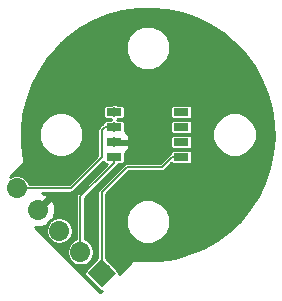
<source format=gtl>
G04 #@! TF.GenerationSoftware,KiCad,Pcbnew,5.0.2-bee76a0~70~ubuntu18.04.1*
G04 #@! TF.CreationDate,2020-10-08T13:14:13+02:00*
G04 #@! TF.ProjectId,TLI5012B,544c4935-3031-4324-922e-6b696361645f,rev?*
G04 #@! TF.SameCoordinates,Original*
G04 #@! TF.FileFunction,Copper,L1,Top*
G04 #@! TF.FilePolarity,Positive*
%FSLAX46Y46*%
G04 Gerber Fmt 4.6, Leading zero omitted, Abs format (unit mm)*
G04 Created by KiCad (PCBNEW 5.0.2-bee76a0~70~ubuntu18.04.1) date Do 08 Okt 2020 13:14:13 CEST*
%MOMM*%
%LPD*%
G01*
G04 APERTURE LIST*
G04 #@! TA.AperFunction,ComponentPad*
%ADD10C,1.700000*%
G04 #@! TD*
G04 #@! TA.AperFunction,Conductor*
%ADD11C,0.100000*%
G04 #@! TD*
G04 #@! TA.AperFunction,Conductor*
%ADD12C,1.700000*%
G04 #@! TD*
G04 #@! TA.AperFunction,SMDPad,CuDef*
%ADD13R,1.310000X0.650000*%
G04 #@! TD*
G04 #@! TA.AperFunction,ViaPad*
%ADD14C,0.800000*%
G04 #@! TD*
G04 #@! TA.AperFunction,Conductor*
%ADD15C,0.152400*%
G04 #@! TD*
G04 #@! TA.AperFunction,Conductor*
%ADD16C,0.254000*%
G04 #@! TD*
G04 APERTURE END LIST*
D10*
G04 #@! TO.P,J1,1*
G04 #@! TO.N,/IFC*
X133875000Y-98100000D03*
D11*
G04 #@! TD*
G04 #@! TO.N,/IFC*
G04 #@! TO.C,J1*
G36*
X133875000Y-96897918D02*
X135077082Y-98100000D01*
X133875000Y-99302082D01*
X132672918Y-98100000D01*
X133875000Y-96897918D01*
X133875000Y-96897918D01*
G37*
D10*
G04 #@! TO.P,J1,2*
G04 #@! TO.N,/IFB*
X132078949Y-96303949D03*
D12*
G04 #@! TD*
G04 #@! TO.N,/IFB*
G04 #@! TO.C,J1*
X132078949Y-96303949D02*
X132078949Y-96303949D01*
D10*
G04 #@! TO.P,J1,3*
G04 #@! TO.N,/IFA*
X130282898Y-94507898D03*
D12*
G04 #@! TD*
G04 #@! TO.N,/IFA*
G04 #@! TO.C,J1*
X130282898Y-94507898D02*
X130282898Y-94507898D01*
D10*
G04 #@! TO.P,J1,4*
G04 #@! TO.N,GND*
X128486846Y-92711846D03*
D12*
G04 #@! TD*
G04 #@! TO.N,GND*
G04 #@! TO.C,J1*
X128486846Y-92711846D02*
X128486846Y-92711846D01*
D10*
G04 #@! TO.P,J1,5*
G04 #@! TO.N,+5V*
X126690795Y-90915795D03*
D12*
G04 #@! TD*
G04 #@! TO.N,+5V*
G04 #@! TO.C,J1*
X126690795Y-90915795D02*
X126690795Y-90915795D01*
D13*
G04 #@! TO.P,U1,2*
G04 #@! TO.N,/SCK*
X140630000Y-86995000D03*
G04 #@! TO.P,U1,1*
G04 #@! TO.N,/IFC*
X140630000Y-88265000D03*
G04 #@! TO.P,U1,4*
G04 #@! TO.N,/DATA*
X140630000Y-84455000D03*
G04 #@! TO.P,U1,3*
G04 #@! TO.N,/CSQ*
X140630000Y-85725000D03*
G04 #@! TO.P,U1,6*
G04 #@! TO.N,+5V*
X134940000Y-85725000D03*
G04 #@! TO.P,U1,5*
G04 #@! TO.N,/IFA*
X134940000Y-84455000D03*
G04 #@! TO.P,U1,7*
G04 #@! TO.N,GND*
X134940000Y-86995000D03*
G04 #@! TO.P,U1,8*
G04 #@! TO.N,/IFB*
X134940000Y-88265000D03*
G04 #@! TD*
D14*
G04 #@! TO.N,+5V*
X134940000Y-85725000D03*
G04 #@! TO.N,GND*
X134940000Y-86995000D03*
G04 #@! TO.N,/IFA*
X134940000Y-84455000D03*
G04 #@! TD*
D15*
G04 #@! TO.N,+5V*
X131259205Y-90915795D02*
X127892876Y-90915795D01*
X133875000Y-88300000D02*
X131259205Y-90915795D01*
X127892876Y-90915795D02*
X126690795Y-90915795D01*
X133875000Y-85982600D02*
X133875000Y-88300000D01*
X134132600Y-85725000D02*
X133875000Y-85982600D01*
X134940000Y-85725000D02*
X134132600Y-85725000D01*
G04 #@! TO.N,/IFB*
X134940000Y-88265000D02*
X134940000Y-88742400D01*
X134940000Y-88742400D02*
X134103601Y-89578799D01*
X134103601Y-89578799D02*
X134096201Y-89578799D01*
X132078949Y-91596051D02*
X132078949Y-92700000D01*
X134096201Y-89578799D02*
X132078949Y-91596051D01*
X132078949Y-92700000D02*
X132078949Y-96303949D01*
G04 #@! TO.N,/IFC*
X139822600Y-88265000D02*
X138987600Y-89100000D01*
X140630000Y-88265000D02*
X139822600Y-88265000D01*
X133875000Y-96797918D02*
X133875000Y-98100000D01*
X136006066Y-89100000D02*
X133875000Y-91231066D01*
X133875000Y-91231066D02*
X133875000Y-96797918D01*
X138987600Y-89100000D02*
X136006066Y-89100000D01*
G04 #@! TD*
D16*
G04 #@! TO.N,GND*
G36*
X139432304Y-75823914D02*
X140686142Y-76098124D01*
X141897964Y-76520983D01*
X143050197Y-77086359D01*
X144126174Y-77786072D01*
X145110289Y-78609977D01*
X145988301Y-79546148D01*
X146747479Y-80581012D01*
X147376838Y-81699597D01*
X147867253Y-82885682D01*
X148211625Y-84122095D01*
X148404963Y-85390924D01*
X148444467Y-86673790D01*
X148329567Y-87952112D01*
X148061924Y-89207374D01*
X147645418Y-90421388D01*
X147086080Y-91576572D01*
X146392020Y-92656184D01*
X145573273Y-93644609D01*
X144641709Y-94527513D01*
X143610836Y-95292097D01*
X142495567Y-95927302D01*
X141312061Y-96423924D01*
X140077476Y-96774762D01*
X138809665Y-96974744D01*
X137523384Y-97021096D01*
X136667637Y-96966324D01*
X136624984Y-96966166D01*
X136582620Y-96971133D01*
X136541160Y-96981154D01*
X136501204Y-96996083D01*
X136463332Y-97015705D01*
X136428090Y-97039734D01*
X136395990Y-97067822D01*
X136367498Y-97099564D01*
X136343025Y-97134499D01*
X136335823Y-97147980D01*
X135356530Y-98127273D01*
X135361955Y-98100000D01*
X135340270Y-97990984D01*
X135278518Y-97898564D01*
X134230600Y-96850646D01*
X134230600Y-93336164D01*
X135905600Y-93336164D01*
X135905600Y-94083836D01*
X136191721Y-94774595D01*
X136720405Y-95303279D01*
X137411164Y-95589400D01*
X138158836Y-95589400D01*
X138849595Y-95303279D01*
X139378279Y-94774595D01*
X139664400Y-94083836D01*
X139664400Y-93336164D01*
X139378279Y-92645405D01*
X138849595Y-92116721D01*
X138158836Y-91830600D01*
X137411164Y-91830600D01*
X136720405Y-92116721D01*
X136191721Y-92645405D01*
X135905600Y-93336164D01*
X134230600Y-93336164D01*
X134230600Y-91378360D01*
X136153360Y-89455600D01*
X138952580Y-89455600D01*
X138987600Y-89462566D01*
X139022620Y-89455600D01*
X139126348Y-89434967D01*
X139243973Y-89356373D01*
X139263811Y-89326683D01*
X139788847Y-88801647D01*
X139865984Y-88853188D01*
X139975000Y-88874873D01*
X141285000Y-88874873D01*
X141394016Y-88853188D01*
X141486436Y-88791436D01*
X141548188Y-88699016D01*
X141569873Y-88590000D01*
X141569873Y-87940000D01*
X141548188Y-87830984D01*
X141486436Y-87738564D01*
X141394016Y-87676812D01*
X141285000Y-87655127D01*
X139975000Y-87655127D01*
X139865984Y-87676812D01*
X139773564Y-87738564D01*
X139711812Y-87830984D01*
X139692450Y-87928323D01*
X139683852Y-87930033D01*
X139566227Y-88008627D01*
X139546389Y-88038317D01*
X138840306Y-88744400D01*
X136041080Y-88744400D01*
X136006065Y-88737435D01*
X135971050Y-88744400D01*
X135971046Y-88744400D01*
X135867318Y-88765033D01*
X135749693Y-88843627D01*
X135729856Y-88873316D01*
X133648315Y-90954857D01*
X133618627Y-90974694D01*
X133598791Y-91004381D01*
X133598790Y-91004382D01*
X133540033Y-91092319D01*
X133512434Y-91231066D01*
X133519400Y-91266086D01*
X133519401Y-96762894D01*
X133519400Y-96762899D01*
X133519400Y-96850646D01*
X132471482Y-97898564D01*
X132409730Y-97990984D01*
X132388045Y-98100000D01*
X132409730Y-98209016D01*
X132471482Y-98301436D01*
X133673564Y-99503518D01*
X133765984Y-99565270D01*
X133875000Y-99586955D01*
X133902274Y-99581530D01*
X133765272Y-99718532D01*
X128216120Y-94157329D01*
X128708754Y-94180182D01*
X129253770Y-93983491D01*
X129331003Y-93735611D01*
X129396705Y-93801313D01*
X129219027Y-94067228D01*
X129131372Y-94507898D01*
X129219027Y-94948568D01*
X129468646Y-95322150D01*
X129842228Y-95571769D01*
X130171663Y-95637298D01*
X130394133Y-95637298D01*
X130723568Y-95571769D01*
X131097150Y-95322150D01*
X131346769Y-94948568D01*
X131434424Y-94507898D01*
X131346769Y-94067228D01*
X131097150Y-93693646D01*
X130723568Y-93444027D01*
X130394133Y-93378498D01*
X130171663Y-93378498D01*
X129842228Y-93444027D01*
X129576313Y-93621705D01*
X129510611Y-93556003D01*
X129758491Y-93478770D01*
X129955182Y-92933754D01*
X129928332Y-92354954D01*
X129758483Y-91944928D01*
X129510139Y-91868158D01*
X128666451Y-92711846D01*
X128680594Y-92725989D01*
X128500989Y-92905594D01*
X128486846Y-92891451D01*
X128472704Y-92905594D01*
X128293099Y-92725989D01*
X128307241Y-92711846D01*
X128293099Y-92697704D01*
X128472704Y-92518099D01*
X128486846Y-92532241D01*
X129330534Y-91688553D01*
X129253764Y-91440209D01*
X128846237Y-91271395D01*
X131224185Y-91271395D01*
X131259205Y-91278361D01*
X131294225Y-91271395D01*
X131397953Y-91250762D01*
X131515578Y-91172168D01*
X131535416Y-91142478D01*
X134014689Y-88663206D01*
X134021812Y-88699016D01*
X134083564Y-88791436D01*
X134175984Y-88853188D01*
X134285000Y-88874873D01*
X134304632Y-88874873D01*
X133891819Y-89287687D01*
X133839828Y-89322426D01*
X133819991Y-89352115D01*
X131852264Y-91319842D01*
X131822576Y-91339679D01*
X131802740Y-91369366D01*
X131802739Y-91369367D01*
X131743982Y-91457304D01*
X131716383Y-91596051D01*
X131723349Y-91631071D01*
X131723350Y-92664976D01*
X131723349Y-92664981D01*
X131723350Y-95223156D01*
X131638279Y-95240078D01*
X131264697Y-95489697D01*
X131015078Y-95863279D01*
X130927423Y-96303949D01*
X131015078Y-96744619D01*
X131264697Y-97118201D01*
X131638279Y-97367820D01*
X131967714Y-97433349D01*
X132190184Y-97433349D01*
X132519619Y-97367820D01*
X132893201Y-97118201D01*
X133142820Y-96744619D01*
X133230475Y-96303949D01*
X133142820Y-95863279D01*
X132893201Y-95489697D01*
X132519619Y-95240078D01*
X132434549Y-95223156D01*
X132434549Y-91743345D01*
X134307983Y-89869911D01*
X134359974Y-89835172D01*
X134379812Y-89805482D01*
X135166686Y-89018609D01*
X135196373Y-88998773D01*
X135274967Y-88881148D01*
X135276215Y-88874873D01*
X135595000Y-88874873D01*
X135704016Y-88853188D01*
X135796436Y-88791436D01*
X135858188Y-88699016D01*
X135879873Y-88590000D01*
X135879873Y-87940000D01*
X135870560Y-87893179D01*
X135954699Y-87858327D01*
X136133327Y-87679698D01*
X136230000Y-87446309D01*
X136230000Y-87280750D01*
X136071250Y-87122000D01*
X135067000Y-87122000D01*
X135067000Y-87142000D01*
X134813000Y-87142000D01*
X134813000Y-87122000D01*
X134793000Y-87122000D01*
X134793000Y-86868000D01*
X134813000Y-86868000D01*
X134813000Y-86848000D01*
X135067000Y-86848000D01*
X135067000Y-86868000D01*
X136071250Y-86868000D01*
X136230000Y-86709250D01*
X136230000Y-86670000D01*
X139690127Y-86670000D01*
X139690127Y-87320000D01*
X139711812Y-87429016D01*
X139773564Y-87521436D01*
X139865984Y-87583188D01*
X139975000Y-87604873D01*
X141285000Y-87604873D01*
X141394016Y-87583188D01*
X141486436Y-87521436D01*
X141548188Y-87429016D01*
X141569873Y-87320000D01*
X141569873Y-86670000D01*
X141548188Y-86560984D01*
X141486436Y-86468564D01*
X141394016Y-86406812D01*
X141285000Y-86385127D01*
X139975000Y-86385127D01*
X139865984Y-86406812D01*
X139773564Y-86468564D01*
X139711812Y-86560984D01*
X139690127Y-86670000D01*
X136230000Y-86670000D01*
X136230000Y-86543691D01*
X136133327Y-86310302D01*
X135954699Y-86131673D01*
X135870560Y-86096821D01*
X135879873Y-86050000D01*
X135879873Y-85400000D01*
X139690127Y-85400000D01*
X139690127Y-86050000D01*
X139711812Y-86159016D01*
X139773564Y-86251436D01*
X139865984Y-86313188D01*
X139975000Y-86334873D01*
X141285000Y-86334873D01*
X141394016Y-86313188D01*
X141486436Y-86251436D01*
X141548188Y-86159016D01*
X141569873Y-86050000D01*
X141569873Y-85986164D01*
X143255600Y-85986164D01*
X143255600Y-86733836D01*
X143541721Y-87424595D01*
X144070405Y-87953279D01*
X144761164Y-88239400D01*
X145508836Y-88239400D01*
X146199595Y-87953279D01*
X146728279Y-87424595D01*
X147014400Y-86733836D01*
X147014400Y-85986164D01*
X146728279Y-85295405D01*
X146199595Y-84766721D01*
X145508836Y-84480600D01*
X144761164Y-84480600D01*
X144070405Y-84766721D01*
X143541721Y-85295405D01*
X143255600Y-85986164D01*
X141569873Y-85986164D01*
X141569873Y-85400000D01*
X141548188Y-85290984D01*
X141486436Y-85198564D01*
X141394016Y-85136812D01*
X141285000Y-85115127D01*
X139975000Y-85115127D01*
X139865984Y-85136812D01*
X139773564Y-85198564D01*
X139711812Y-85290984D01*
X139690127Y-85400000D01*
X135879873Y-85400000D01*
X135858188Y-85290984D01*
X135796436Y-85198564D01*
X135704016Y-85136812D01*
X135595000Y-85115127D01*
X135242993Y-85115127D01*
X135182332Y-85090000D01*
X135242993Y-85064873D01*
X135595000Y-85064873D01*
X135704016Y-85043188D01*
X135796436Y-84981436D01*
X135858188Y-84889016D01*
X135879873Y-84780000D01*
X135879873Y-84130000D01*
X139690127Y-84130000D01*
X139690127Y-84780000D01*
X139711812Y-84889016D01*
X139773564Y-84981436D01*
X139865984Y-85043188D01*
X139975000Y-85064873D01*
X141285000Y-85064873D01*
X141394016Y-85043188D01*
X141486436Y-84981436D01*
X141548188Y-84889016D01*
X141569873Y-84780000D01*
X141569873Y-84130000D01*
X141548188Y-84020984D01*
X141486436Y-83928564D01*
X141394016Y-83866812D01*
X141285000Y-83845127D01*
X139975000Y-83845127D01*
X139865984Y-83866812D01*
X139773564Y-83928564D01*
X139711812Y-84020984D01*
X139690127Y-84130000D01*
X135879873Y-84130000D01*
X135858188Y-84020984D01*
X135796436Y-83928564D01*
X135704016Y-83866812D01*
X135595000Y-83845127D01*
X135242993Y-83845127D01*
X135075141Y-83775600D01*
X134804859Y-83775600D01*
X134637007Y-83845127D01*
X134285000Y-83845127D01*
X134175984Y-83866812D01*
X134083564Y-83928564D01*
X134021812Y-84020984D01*
X134000127Y-84130000D01*
X134000127Y-84780000D01*
X134021812Y-84889016D01*
X134083564Y-84981436D01*
X134175984Y-85043188D01*
X134285000Y-85064873D01*
X134637007Y-85064873D01*
X134697668Y-85090000D01*
X134637007Y-85115127D01*
X134285000Y-85115127D01*
X134175984Y-85136812D01*
X134083564Y-85198564D01*
X134021812Y-85290984D01*
X134002450Y-85388323D01*
X133993852Y-85390033D01*
X133876227Y-85468627D01*
X133856389Y-85498317D01*
X133648315Y-85706391D01*
X133618627Y-85726228D01*
X133598791Y-85755915D01*
X133598790Y-85755916D01*
X133540033Y-85843853D01*
X133512434Y-85982600D01*
X133519400Y-86017620D01*
X133519401Y-88152704D01*
X131111911Y-90560195D01*
X127771588Y-90560195D01*
X127754666Y-90475125D01*
X127505047Y-90101543D01*
X127131465Y-89851924D01*
X126802030Y-89786395D01*
X126579560Y-89786395D01*
X126250125Y-89851924D01*
X126081805Y-89964392D01*
X127218244Y-88827953D01*
X127225964Y-88821743D01*
X127255747Y-88791209D01*
X127258207Y-88787990D01*
X127260279Y-88785918D01*
X127263680Y-88780828D01*
X127281646Y-88757318D01*
X127298365Y-88728919D01*
X127318837Y-88698280D01*
X127325788Y-88663335D01*
X127332599Y-88640612D01*
X127339849Y-88598580D01*
X127340250Y-88590627D01*
X127346342Y-88560000D01*
X127340065Y-88528445D01*
X127339012Y-88513430D01*
X127338510Y-88509753D01*
X127155472Y-87217813D01*
X127130451Y-85986164D01*
X128555600Y-85986164D01*
X128555600Y-86733836D01*
X128841721Y-87424595D01*
X129370405Y-87953279D01*
X130061164Y-88239400D01*
X130808836Y-88239400D01*
X131499595Y-87953279D01*
X132028279Y-87424595D01*
X132314400Y-86733836D01*
X132314400Y-85986164D01*
X132028279Y-85295405D01*
X131499595Y-84766721D01*
X130808836Y-84480600D01*
X130061164Y-84480600D01*
X129370405Y-84766721D01*
X128841721Y-85295405D01*
X128555600Y-85986164D01*
X127130451Y-85986164D01*
X127129403Y-85934598D01*
X127257682Y-84657559D01*
X127538457Y-83405161D01*
X127967651Y-82195584D01*
X128539058Y-81046314D01*
X129244390Y-79974023D01*
X130073440Y-78994232D01*
X130459255Y-78636164D01*
X135905600Y-78636164D01*
X135905600Y-79383836D01*
X136191721Y-80074595D01*
X136720405Y-80603279D01*
X137411164Y-80889400D01*
X138158836Y-80889400D01*
X138849595Y-80603279D01*
X139378279Y-80074595D01*
X139664400Y-79383836D01*
X139664400Y-78636164D01*
X139378279Y-77945405D01*
X138849595Y-77416721D01*
X138158836Y-77130600D01*
X137411164Y-77130600D01*
X136720405Y-77416721D01*
X136191721Y-77945405D01*
X135905600Y-78636164D01*
X130459255Y-78636164D01*
X131014192Y-78121137D01*
X132053017Y-77367387D01*
X133174882Y-76743893D01*
X134363519Y-76259694D01*
X135601715Y-75921801D01*
X136871547Y-75735108D01*
X138154596Y-75702321D01*
X139432304Y-75823914D01*
X139432304Y-75823914D01*
G37*
X139432304Y-75823914D02*
X140686142Y-76098124D01*
X141897964Y-76520983D01*
X143050197Y-77086359D01*
X144126174Y-77786072D01*
X145110289Y-78609977D01*
X145988301Y-79546148D01*
X146747479Y-80581012D01*
X147376838Y-81699597D01*
X147867253Y-82885682D01*
X148211625Y-84122095D01*
X148404963Y-85390924D01*
X148444467Y-86673790D01*
X148329567Y-87952112D01*
X148061924Y-89207374D01*
X147645418Y-90421388D01*
X147086080Y-91576572D01*
X146392020Y-92656184D01*
X145573273Y-93644609D01*
X144641709Y-94527513D01*
X143610836Y-95292097D01*
X142495567Y-95927302D01*
X141312061Y-96423924D01*
X140077476Y-96774762D01*
X138809665Y-96974744D01*
X137523384Y-97021096D01*
X136667637Y-96966324D01*
X136624984Y-96966166D01*
X136582620Y-96971133D01*
X136541160Y-96981154D01*
X136501204Y-96996083D01*
X136463332Y-97015705D01*
X136428090Y-97039734D01*
X136395990Y-97067822D01*
X136367498Y-97099564D01*
X136343025Y-97134499D01*
X136335823Y-97147980D01*
X135356530Y-98127273D01*
X135361955Y-98100000D01*
X135340270Y-97990984D01*
X135278518Y-97898564D01*
X134230600Y-96850646D01*
X134230600Y-93336164D01*
X135905600Y-93336164D01*
X135905600Y-94083836D01*
X136191721Y-94774595D01*
X136720405Y-95303279D01*
X137411164Y-95589400D01*
X138158836Y-95589400D01*
X138849595Y-95303279D01*
X139378279Y-94774595D01*
X139664400Y-94083836D01*
X139664400Y-93336164D01*
X139378279Y-92645405D01*
X138849595Y-92116721D01*
X138158836Y-91830600D01*
X137411164Y-91830600D01*
X136720405Y-92116721D01*
X136191721Y-92645405D01*
X135905600Y-93336164D01*
X134230600Y-93336164D01*
X134230600Y-91378360D01*
X136153360Y-89455600D01*
X138952580Y-89455600D01*
X138987600Y-89462566D01*
X139022620Y-89455600D01*
X139126348Y-89434967D01*
X139243973Y-89356373D01*
X139263811Y-89326683D01*
X139788847Y-88801647D01*
X139865984Y-88853188D01*
X139975000Y-88874873D01*
X141285000Y-88874873D01*
X141394016Y-88853188D01*
X141486436Y-88791436D01*
X141548188Y-88699016D01*
X141569873Y-88590000D01*
X141569873Y-87940000D01*
X141548188Y-87830984D01*
X141486436Y-87738564D01*
X141394016Y-87676812D01*
X141285000Y-87655127D01*
X139975000Y-87655127D01*
X139865984Y-87676812D01*
X139773564Y-87738564D01*
X139711812Y-87830984D01*
X139692450Y-87928323D01*
X139683852Y-87930033D01*
X139566227Y-88008627D01*
X139546389Y-88038317D01*
X138840306Y-88744400D01*
X136041080Y-88744400D01*
X136006065Y-88737435D01*
X135971050Y-88744400D01*
X135971046Y-88744400D01*
X135867318Y-88765033D01*
X135749693Y-88843627D01*
X135729856Y-88873316D01*
X133648315Y-90954857D01*
X133618627Y-90974694D01*
X133598791Y-91004381D01*
X133598790Y-91004382D01*
X133540033Y-91092319D01*
X133512434Y-91231066D01*
X133519400Y-91266086D01*
X133519401Y-96762894D01*
X133519400Y-96762899D01*
X133519400Y-96850646D01*
X132471482Y-97898564D01*
X132409730Y-97990984D01*
X132388045Y-98100000D01*
X132409730Y-98209016D01*
X132471482Y-98301436D01*
X133673564Y-99503518D01*
X133765984Y-99565270D01*
X133875000Y-99586955D01*
X133902274Y-99581530D01*
X133765272Y-99718532D01*
X128216120Y-94157329D01*
X128708754Y-94180182D01*
X129253770Y-93983491D01*
X129331003Y-93735611D01*
X129396705Y-93801313D01*
X129219027Y-94067228D01*
X129131372Y-94507898D01*
X129219027Y-94948568D01*
X129468646Y-95322150D01*
X129842228Y-95571769D01*
X130171663Y-95637298D01*
X130394133Y-95637298D01*
X130723568Y-95571769D01*
X131097150Y-95322150D01*
X131346769Y-94948568D01*
X131434424Y-94507898D01*
X131346769Y-94067228D01*
X131097150Y-93693646D01*
X130723568Y-93444027D01*
X130394133Y-93378498D01*
X130171663Y-93378498D01*
X129842228Y-93444027D01*
X129576313Y-93621705D01*
X129510611Y-93556003D01*
X129758491Y-93478770D01*
X129955182Y-92933754D01*
X129928332Y-92354954D01*
X129758483Y-91944928D01*
X129510139Y-91868158D01*
X128666451Y-92711846D01*
X128680594Y-92725989D01*
X128500989Y-92905594D01*
X128486846Y-92891451D01*
X128472704Y-92905594D01*
X128293099Y-92725989D01*
X128307241Y-92711846D01*
X128293099Y-92697704D01*
X128472704Y-92518099D01*
X128486846Y-92532241D01*
X129330534Y-91688553D01*
X129253764Y-91440209D01*
X128846237Y-91271395D01*
X131224185Y-91271395D01*
X131259205Y-91278361D01*
X131294225Y-91271395D01*
X131397953Y-91250762D01*
X131515578Y-91172168D01*
X131535416Y-91142478D01*
X134014689Y-88663206D01*
X134021812Y-88699016D01*
X134083564Y-88791436D01*
X134175984Y-88853188D01*
X134285000Y-88874873D01*
X134304632Y-88874873D01*
X133891819Y-89287687D01*
X133839828Y-89322426D01*
X133819991Y-89352115D01*
X131852264Y-91319842D01*
X131822576Y-91339679D01*
X131802740Y-91369366D01*
X131802739Y-91369367D01*
X131743982Y-91457304D01*
X131716383Y-91596051D01*
X131723349Y-91631071D01*
X131723350Y-92664976D01*
X131723349Y-92664981D01*
X131723350Y-95223156D01*
X131638279Y-95240078D01*
X131264697Y-95489697D01*
X131015078Y-95863279D01*
X130927423Y-96303949D01*
X131015078Y-96744619D01*
X131264697Y-97118201D01*
X131638279Y-97367820D01*
X131967714Y-97433349D01*
X132190184Y-97433349D01*
X132519619Y-97367820D01*
X132893201Y-97118201D01*
X133142820Y-96744619D01*
X133230475Y-96303949D01*
X133142820Y-95863279D01*
X132893201Y-95489697D01*
X132519619Y-95240078D01*
X132434549Y-95223156D01*
X132434549Y-91743345D01*
X134307983Y-89869911D01*
X134359974Y-89835172D01*
X134379812Y-89805482D01*
X135166686Y-89018609D01*
X135196373Y-88998773D01*
X135274967Y-88881148D01*
X135276215Y-88874873D01*
X135595000Y-88874873D01*
X135704016Y-88853188D01*
X135796436Y-88791436D01*
X135858188Y-88699016D01*
X135879873Y-88590000D01*
X135879873Y-87940000D01*
X135870560Y-87893179D01*
X135954699Y-87858327D01*
X136133327Y-87679698D01*
X136230000Y-87446309D01*
X136230000Y-87280750D01*
X136071250Y-87122000D01*
X135067000Y-87122000D01*
X135067000Y-87142000D01*
X134813000Y-87142000D01*
X134813000Y-87122000D01*
X134793000Y-87122000D01*
X134793000Y-86868000D01*
X134813000Y-86868000D01*
X134813000Y-86848000D01*
X135067000Y-86848000D01*
X135067000Y-86868000D01*
X136071250Y-86868000D01*
X136230000Y-86709250D01*
X136230000Y-86670000D01*
X139690127Y-86670000D01*
X139690127Y-87320000D01*
X139711812Y-87429016D01*
X139773564Y-87521436D01*
X139865984Y-87583188D01*
X139975000Y-87604873D01*
X141285000Y-87604873D01*
X141394016Y-87583188D01*
X141486436Y-87521436D01*
X141548188Y-87429016D01*
X141569873Y-87320000D01*
X141569873Y-86670000D01*
X141548188Y-86560984D01*
X141486436Y-86468564D01*
X141394016Y-86406812D01*
X141285000Y-86385127D01*
X139975000Y-86385127D01*
X139865984Y-86406812D01*
X139773564Y-86468564D01*
X139711812Y-86560984D01*
X139690127Y-86670000D01*
X136230000Y-86670000D01*
X136230000Y-86543691D01*
X136133327Y-86310302D01*
X135954699Y-86131673D01*
X135870560Y-86096821D01*
X135879873Y-86050000D01*
X135879873Y-85400000D01*
X139690127Y-85400000D01*
X139690127Y-86050000D01*
X139711812Y-86159016D01*
X139773564Y-86251436D01*
X139865984Y-86313188D01*
X139975000Y-86334873D01*
X141285000Y-86334873D01*
X141394016Y-86313188D01*
X141486436Y-86251436D01*
X141548188Y-86159016D01*
X141569873Y-86050000D01*
X141569873Y-85986164D01*
X143255600Y-85986164D01*
X143255600Y-86733836D01*
X143541721Y-87424595D01*
X144070405Y-87953279D01*
X144761164Y-88239400D01*
X145508836Y-88239400D01*
X146199595Y-87953279D01*
X146728279Y-87424595D01*
X147014400Y-86733836D01*
X147014400Y-85986164D01*
X146728279Y-85295405D01*
X146199595Y-84766721D01*
X145508836Y-84480600D01*
X144761164Y-84480600D01*
X144070405Y-84766721D01*
X143541721Y-85295405D01*
X143255600Y-85986164D01*
X141569873Y-85986164D01*
X141569873Y-85400000D01*
X141548188Y-85290984D01*
X141486436Y-85198564D01*
X141394016Y-85136812D01*
X141285000Y-85115127D01*
X139975000Y-85115127D01*
X139865984Y-85136812D01*
X139773564Y-85198564D01*
X139711812Y-85290984D01*
X139690127Y-85400000D01*
X135879873Y-85400000D01*
X135858188Y-85290984D01*
X135796436Y-85198564D01*
X135704016Y-85136812D01*
X135595000Y-85115127D01*
X135242993Y-85115127D01*
X135182332Y-85090000D01*
X135242993Y-85064873D01*
X135595000Y-85064873D01*
X135704016Y-85043188D01*
X135796436Y-84981436D01*
X135858188Y-84889016D01*
X135879873Y-84780000D01*
X135879873Y-84130000D01*
X139690127Y-84130000D01*
X139690127Y-84780000D01*
X139711812Y-84889016D01*
X139773564Y-84981436D01*
X139865984Y-85043188D01*
X139975000Y-85064873D01*
X141285000Y-85064873D01*
X141394016Y-85043188D01*
X141486436Y-84981436D01*
X141548188Y-84889016D01*
X141569873Y-84780000D01*
X141569873Y-84130000D01*
X141548188Y-84020984D01*
X141486436Y-83928564D01*
X141394016Y-83866812D01*
X141285000Y-83845127D01*
X139975000Y-83845127D01*
X139865984Y-83866812D01*
X139773564Y-83928564D01*
X139711812Y-84020984D01*
X139690127Y-84130000D01*
X135879873Y-84130000D01*
X135858188Y-84020984D01*
X135796436Y-83928564D01*
X135704016Y-83866812D01*
X135595000Y-83845127D01*
X135242993Y-83845127D01*
X135075141Y-83775600D01*
X134804859Y-83775600D01*
X134637007Y-83845127D01*
X134285000Y-83845127D01*
X134175984Y-83866812D01*
X134083564Y-83928564D01*
X134021812Y-84020984D01*
X134000127Y-84130000D01*
X134000127Y-84780000D01*
X134021812Y-84889016D01*
X134083564Y-84981436D01*
X134175984Y-85043188D01*
X134285000Y-85064873D01*
X134637007Y-85064873D01*
X134697668Y-85090000D01*
X134637007Y-85115127D01*
X134285000Y-85115127D01*
X134175984Y-85136812D01*
X134083564Y-85198564D01*
X134021812Y-85290984D01*
X134002450Y-85388323D01*
X133993852Y-85390033D01*
X133876227Y-85468627D01*
X133856389Y-85498317D01*
X133648315Y-85706391D01*
X133618627Y-85726228D01*
X133598791Y-85755915D01*
X133598790Y-85755916D01*
X133540033Y-85843853D01*
X133512434Y-85982600D01*
X133519400Y-86017620D01*
X133519401Y-88152704D01*
X131111911Y-90560195D01*
X127771588Y-90560195D01*
X127754666Y-90475125D01*
X127505047Y-90101543D01*
X127131465Y-89851924D01*
X126802030Y-89786395D01*
X126579560Y-89786395D01*
X126250125Y-89851924D01*
X126081805Y-89964392D01*
X127218244Y-88827953D01*
X127225964Y-88821743D01*
X127255747Y-88791209D01*
X127258207Y-88787990D01*
X127260279Y-88785918D01*
X127263680Y-88780828D01*
X127281646Y-88757318D01*
X127298365Y-88728919D01*
X127318837Y-88698280D01*
X127325788Y-88663335D01*
X127332599Y-88640612D01*
X127339849Y-88598580D01*
X127340250Y-88590627D01*
X127346342Y-88560000D01*
X127340065Y-88528445D01*
X127339012Y-88513430D01*
X127338510Y-88509753D01*
X127155472Y-87217813D01*
X127130451Y-85986164D01*
X128555600Y-85986164D01*
X128555600Y-86733836D01*
X128841721Y-87424595D01*
X129370405Y-87953279D01*
X130061164Y-88239400D01*
X130808836Y-88239400D01*
X131499595Y-87953279D01*
X132028279Y-87424595D01*
X132314400Y-86733836D01*
X132314400Y-85986164D01*
X132028279Y-85295405D01*
X131499595Y-84766721D01*
X130808836Y-84480600D01*
X130061164Y-84480600D01*
X129370405Y-84766721D01*
X128841721Y-85295405D01*
X128555600Y-85986164D01*
X127130451Y-85986164D01*
X127129403Y-85934598D01*
X127257682Y-84657559D01*
X127538457Y-83405161D01*
X127967651Y-82195584D01*
X128539058Y-81046314D01*
X129244390Y-79974023D01*
X130073440Y-78994232D01*
X130459255Y-78636164D01*
X135905600Y-78636164D01*
X135905600Y-79383836D01*
X136191721Y-80074595D01*
X136720405Y-80603279D01*
X137411164Y-80889400D01*
X138158836Y-80889400D01*
X138849595Y-80603279D01*
X139378279Y-80074595D01*
X139664400Y-79383836D01*
X139664400Y-78636164D01*
X139378279Y-77945405D01*
X138849595Y-77416721D01*
X138158836Y-77130600D01*
X137411164Y-77130600D01*
X136720405Y-77416721D01*
X136191721Y-77945405D01*
X135905600Y-78636164D01*
X130459255Y-78636164D01*
X131014192Y-78121137D01*
X132053017Y-77367387D01*
X133174882Y-76743893D01*
X134363519Y-76259694D01*
X135601715Y-75921801D01*
X136871547Y-75735108D01*
X138154596Y-75702321D01*
X139432304Y-75823914D01*
G04 #@! TD*
M02*

</source>
